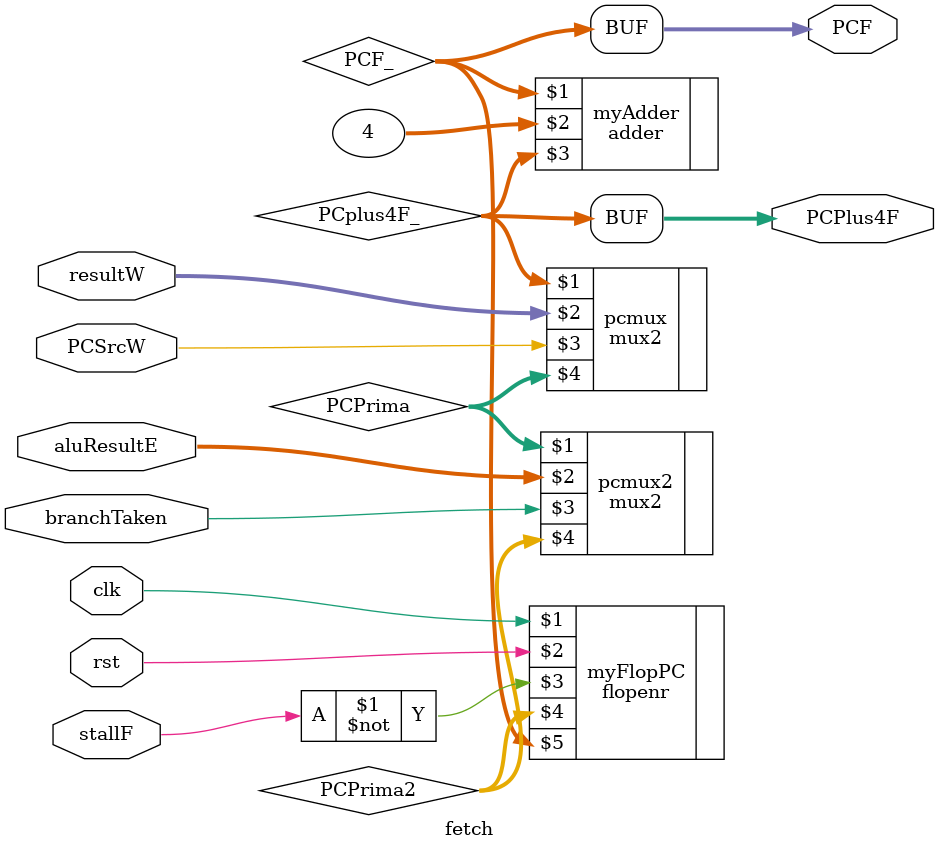
<source format=sv>
`timescale 1ns / 1ps



module fetch(
            input logic clk, rst,stallF,branchTaken,
            input logic PCSrcW,
            input logic[31:0] resultW,aluResultE,
            output logic [31:0]PCF,PCPlus4F 
            );
            
    //----------------- Cables ----------------------
            
    logic [31:0] PCPrima, PCplus4F_,PCF_, PCPrima2;     
    assign PCPlus4F = PCplus4F_;
    assign PCF = PCF_;
            
    //-------------- PC LOGIC ------------------------
            
    adder myAdder(PCF_,32'b100,PCplus4F_);        
    flopenr#(32) myFlopPC(clk,rst,~stallF,PCPrima2,PCF_);
    mux2 pcmux(PCplus4F_,resultW,PCSrcW,PCPrima);
    mux2 pcmux2(PCPrima,aluResultE, branchTaken,PCPrima2);
    //------------- instr memmory--------------------
    
endmodule

</source>
